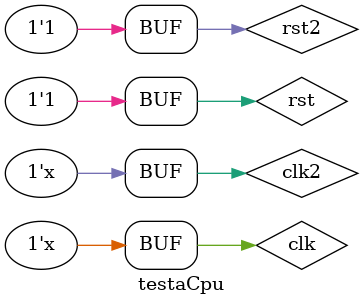
<source format=v>

`timescale 1ns / 1ps
module testaCpu;
  reg clk;
  reg clk2;
  reg rst;
  reg rst2;
   
  wire [3:0] dados;
  wire dados2;
  wire ack;
   
   
  wire [3:0] dadosPeriferico;
  // Outputs
  wire [1:0] estadoPeriferico;

  // Outputs
  wire [3:0] estadoCPU;
  wire send;
  
   // Instantiate the Unit Under Test (UUT)
	machineCPU uut (
      .estadoCPU(estadoCPU),   		
      .rst(rst),
      .clk(clk), 
      .dados(dados), 
      .ack(ack), 
      .send(send)
	);
  
    
  	periferico uutPeriferico (
      .estadoPeriferico(estadoPeriferico),			  
      .rst2(rst2),
      .clk2(clk2), 
      .dados2(dados),  
      .send2(send),
      .ack1(ack),
      .dadosPeriferico(dadosPeriferico)				  
    
 
	);

    
  
  initial begin
    $dumpfile("dump.vcd");
    $dumpvars(1);
     
    rst=0;
    rst2 =0;
    clk  = 0;
    clk2 = 0;
    #20
     rst=1;
     rst2=1;
     
  
  end

    
 
   always  #8  clk =  ! clk;
   always  #5  clk2 =  ! clk2;
endmodule

</source>
